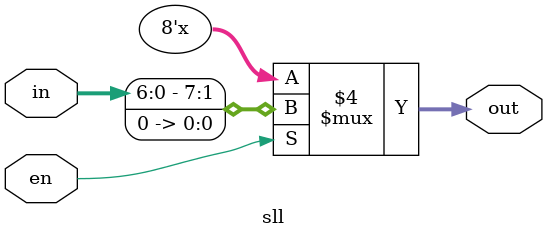
<source format=sv>

`timescale 1ns/100ps

`ifndef SLL
`define SLL

module sll #(
    parameter n = 8,  
    parameter shift = 1    
)(
  	input wire en,
  	input wire [n-1:0] in,  
  	output logic [n-1:0] out 
);
  
always @(*) begin
      if(en) begin
        out = in << shift;
      end
      else begin
        out = {n{1'bz}};
      end
end
endmodule

`endif // SLL
</source>
